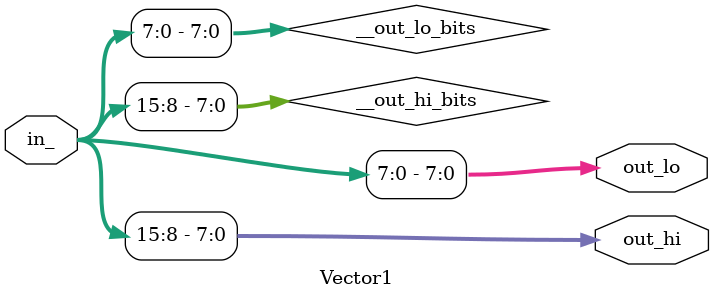
<source format=sv>
module Vector1(
  input  wire [15:0] in_,
  output wire [7:0]  out_hi,
                     out_lo
);

  // Variables for output ports
  logic [7:0] __out_hi_bits;
  logic [7:0] __out_lo_bits;

  assign __out_hi_bits = in_[15:8];
  assign __out_lo_bits = in_[7:0];

  assign out_hi = __out_hi_bits;
  assign out_lo = __out_lo_bits;
endmodule

</source>
